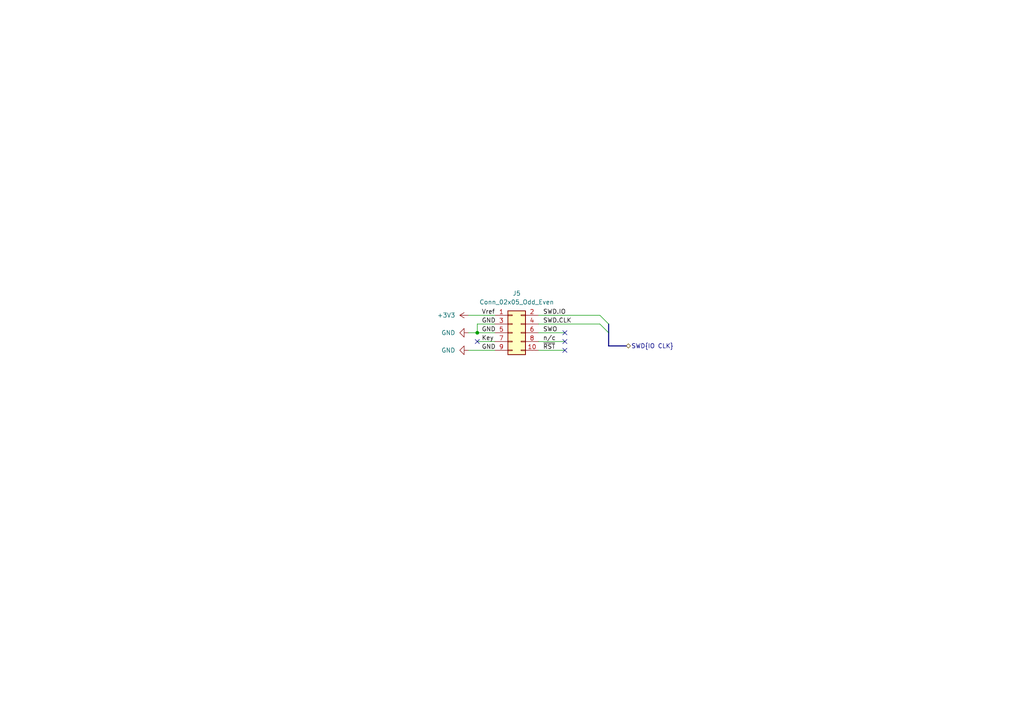
<source format=kicad_sch>
(kicad_sch (version 20231120) (generator "eeschema") (generator_version "8.0")
  (paper "A4")
  (title_block (company "catbranchman") (comment 1 "Electrical Engineering Department") (comment 2 "EE 156 / Stanford University") (comment 3 "Flight Club, W6YX, Endurance"))
  (lib_symbols
    (symbol "Connector_Generic:Conn_02x05_Odd_Even" (pin_names (offset 1.016) hide)
      (property "Reference" "J" (at 1.27 7.62 0))
      (property "Value" "Conn_02x05_Odd_Even" (at 1.27 -7.62 0))
      (symbol "Conn_02x05_Odd_Even_1_1"
        (rectangle (start -1.27 -4.953) (end 0 -5.207) (stroke (width 0.1524)))
        (rectangle (start -1.27 -2.413) (end 0 -2.667) (stroke (width 0.1524)))
        (rectangle (start -1.27 0.127) (end 0 -0.127) (stroke (width 0.1524)))
        (rectangle (start -1.27 2.667) (end 0 2.413) (stroke (width 0.1524)))
        (rectangle (start -1.27 5.207) (end 0 4.953) (stroke (width 0.1524)))
        (rectangle (start -1.27 6.35) (end 3.81 -6.35) (stroke (width 0.254)) (fill (type background)))
        (rectangle (start 3.81 -4.953) (end 2.54 -5.207) (stroke (width 0.1524)))
        (rectangle (start 3.81 -2.413) (end 2.54 -2.667) (stroke (width 0.1524)))
        (rectangle (start 3.81 0.127) (end 2.54 -0.127) (stroke (width 0.1524)))
        (rectangle (start 3.81 2.667) (end 2.54 2.413) (stroke (width 0.1524)))
        (rectangle (start 3.81 5.207) (end 2.54 4.953) (stroke (width 0.1524)))
        (pin passive line (at -5.08 5.08 0) (length 3.81) (name "Pin_1") (number "1"))
        (pin passive line (at 7.62 -5.08 180) (length 3.81) (name "Pin_10") (number "10"))
        (pin passive line (at 7.62 5.08 180) (length 3.81) (name "Pin_2") (number "2"))
        (pin passive line (at -5.08 2.54 0) (length 3.81) (name "Pin_3") (number "3"))
        (pin passive line (at 7.62 2.54 180) (length 3.81) (name "Pin_4") (number "4"))
        (pin passive line (at -5.08 0 0) (length 3.81) (name "Pin_5") (number "5"))
        (pin passive line (at 7.62 0 180) (length 3.81) (name "Pin_6") (number "6"))
        (pin passive line (at -5.08 -2.54 0) (length 3.81) (name "Pin_7") (number "7"))
        (pin passive line (at 7.62 -2.54 180) (length 3.81) (name "Pin_8") (number "8"))
        (pin passive line (at -5.08 -5.08 0) (length 3.81) (name "Pin_9") (number "9"))
      )
    )
    (symbol "power:+3V3" (power) (pin_numbers hide) (pin_names (offset 0) hide)
      (property "Value" "+3V3" (at 0 3.556 0))
      (symbol "+3V3_0_1"
        (polyline (pts (xy -0.762 1.27) (xy 0 2.54)))
        (polyline (pts (xy 0 0) (xy 0 2.54)))
        (polyline (pts (xy 0 2.54) (xy 0.762 1.27)))
      )
      (symbol "+3V3_1_1"
        (pin power_in line (at 0 0 90) (length 0) (name "~") (number "1"))
      )
    )
    (symbol "power:GND" (power) (pin_numbers hide) (pin_names (offset 0) hide)
      (property "Value" "GND" (at 0 -3.81 0))
      (symbol "GND_0_1"
        (polyline (pts (xy 0 0) (xy 0 -1.27) (xy 1.27 -1.27) (xy 0 -2.54) (xy -1.27 -1.27) (xy 0 -1.27)))
      )
      (symbol "GND_1_1"
        (pin power_in line (at 0 0 270) (length 0) (name "~") (number "1"))
      )
    )
  )
  (junction (at 138.43 96.52))
  (no_connect (at 138.43 99.06))
  (no_connect (at 163.83 96.52))
  (no_connect (at 163.83 99.06))
  (no_connect (at 163.83 101.6))
  (bus_entry (at 173.99 91.44) (size 2.54 2.54))
  (bus_entry (at 173.99 93.98) (size 2.54 2.54))
  (bus (pts (xy 176.53 93.98) (xy 176.53 96.52)))
  (wire (pts (xy 156.21 99.06) (xy 163.83 99.06)))
  (wire (pts (xy 135.89 101.6) (xy 143.51 101.6)))
  (wire (pts (xy 156.21 93.98) (xy 173.99 93.98)))
  (wire (pts (xy 138.43 96.52) (xy 143.51 96.52)))
  (wire (pts (xy 138.43 99.06) (xy 143.51 99.06)))
  (bus (pts (xy 176.53 100.33) (xy 181.61 100.33)))
  (wire (pts (xy 135.89 96.52) (xy 138.43 96.52)))
  (wire (pts (xy 156.21 91.44) (xy 173.99 91.44)))
  (wire (pts (xy 156.21 101.6) (xy 163.83 101.6)))
  (bus (pts (xy 176.53 96.52) (xy 176.53 100.33)))
  (wire (pts (xy 135.89 91.44) (xy 143.51 91.44)))
  (wire (pts (xy 138.43 93.98) (xy 138.43 96.52)))
  (wire (pts (xy 138.43 93.98) (xy 143.51 93.98)))
  (wire (pts (xy 156.21 96.52) (xy 163.83 96.52)))
  (label "GND" (at 139.7 93.98 0))
  (label "~{RST}" (at 157.48 101.6 0))
  (label "Vref" (at 139.7 91.44 0))
  (label "SWO" (at 157.48 96.52 0))
  (label "SWD.IO" (at 157.48 91.44 0))
  (label "Key" (at 139.7 99.06 0))
  (label "n{slash}c" (at 157.48 99.06 0))
  (label "GND" (at 139.7 101.6 0))
  (label "SWD.CLK" (at 157.48 93.98 0))
  (label "GND" (at 139.7 96.52 0))
  (hierarchical_label "SWD{IO CLK}" (shape bidirectional) (at 181.61 100.33 0))
  (symbol (lib_id "power:GND") (at 135.89 96.52 270) (unit 1)
    (property "Reference" "#PWR048" (effects (hide yes)))
    (property "Value" "GND" (at 132.08 96.5199 90) (effects (justify right)))
    (property "Description" "Power symbol creates a global label with name \"GND\" , ground" (effects (hide yes)))
  )
  (symbol (lib_id "power:GND") (at 135.89 101.6 270) (unit 1)
    (property "Reference" "#PWR074" (effects (hide yes)))
    (property "Value" "GND" (at 132.08 101.5999 90) (effects (justify right)))
    (property "Description" "Power symbol creates a global label with name \"GND\" , ground" (effects (hide yes)))
  )
  (symbol (lib_id "power:+3V3") (at 135.89 91.44 90) (unit 1)
    (property "Reference" "#PWR047" (effects (hide yes)))
    (property "Value" "+3V3" (at 132.08 91.4399 90) (effects (justify left)))
    (property "Description" "Power symbol creates a global label with name \"+3V3\"" (effects (hide yes)))
  )
  (symbol (lib_id "Connector_Generic:Conn_02x05_Odd_Even") (at 148.59 96.52 0) (unit 1)
    (property "Reference" "J5" (at 149.86 85.09 0))
    (property "Value" "Conn_02x05_Odd_Even" (at 149.86 87.63 0))
    (property "Footprint" "Connector_PinHeader_1.27mm:PinHeader_2x05_P1.27mm_Vertical_SMD" (effects (hide yes)))
    (property "Datasheet" "https://www.cnctech.us/pdfs/3220-XX-0300-00_.pdf" (effects (hide yes)))
    (property "Description" "Generic connector, double row, 02x05, odd/even pin numbering scheme (row 1 odd numbers, row 2 even numbers), script generated (kicad-library-utils/schlib/autogen/connector/)" (effects (hide yes)))
    (property "Mfr" "CNC" (effects (hide yes)))
    (property "Mfr P/N" "3220-10-0300-00" (effects (hide yes)))
    (property "Supplier_1" "DigiKey" (effects (hide yes)))
    (property "Supplier_1 P/N" "1175-1629-ND " (effects (hide yes)))
    (property "Supplier_1 Unit Price" "0.54" (effects (hide yes)))
  )
)
</source>
